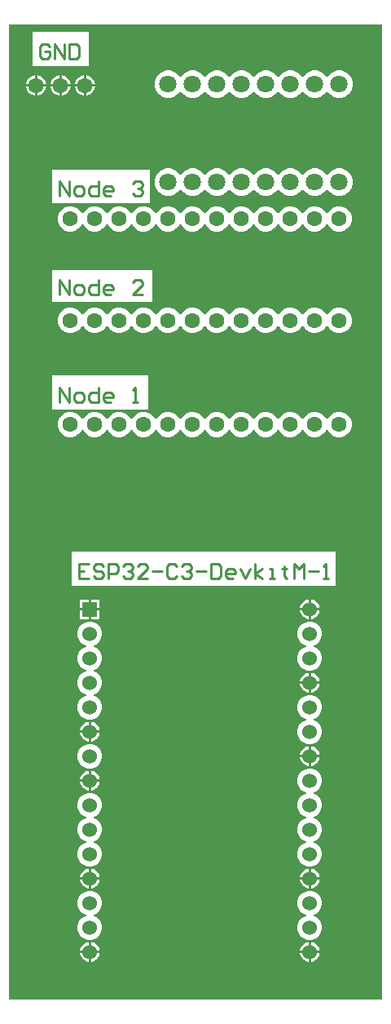
<source format=gbr>
%TF.GenerationSoftware,Altium Limited,Altium Designer,23.10.1 (27)*%
G04 Layer_Physical_Order=1*
G04 Layer_Color=255*
%FSLAX45Y45*%
%MOMM*%
%TF.SameCoordinates,40B06F7F-77FB-44A8-8835-1C76E92FD704*%
%TF.FilePolarity,Positive*%
%TF.FileFunction,Copper,L1,Top,Signal*%
%TF.Part,Single*%
G01*
G75*
%TA.AperFunction,NonConductor*%
%ADD10C,0.25400*%
%TA.AperFunction,ComponentPad*%
%ADD11C,1.80000*%
%ADD12R,1.53000X1.53000*%
%ADD13C,1.53000*%
%ADD14C,1.60000*%
G36*
X6426200Y2590800D02*
X6427167Y2589833D01*
X6422306Y2578100D01*
X2552700D01*
Y12700000D01*
X6426200D01*
Y2590800D01*
D02*
G37*
%LPC*%
G36*
X3378200Y12623734D02*
X2794000D01*
Y12268200D01*
X3378200D01*
Y12623734D01*
D02*
G37*
G36*
X6000237Y12218500D02*
X5963163D01*
X5927353Y12208904D01*
X5895247Y12190368D01*
X5869032Y12164153D01*
X5861050Y12150327D01*
X5848350D01*
X5840368Y12164153D01*
X5814153Y12190368D01*
X5782047Y12208904D01*
X5746237Y12218500D01*
X5709163D01*
X5673353Y12208904D01*
X5641247Y12190368D01*
X5615032Y12164153D01*
X5607050Y12150327D01*
X5594350D01*
X5586368Y12164153D01*
X5560153Y12190368D01*
X5528047Y12208904D01*
X5492237Y12218500D01*
X5455163D01*
X5419353Y12208904D01*
X5387247Y12190368D01*
X5361032Y12164153D01*
X5353050Y12150327D01*
X5340350D01*
X5332368Y12164153D01*
X5306153Y12190368D01*
X5274047Y12208904D01*
X5238237Y12218500D01*
X5201163D01*
X5165353Y12208904D01*
X5133247Y12190368D01*
X5107032Y12164153D01*
X5099050Y12150327D01*
X5086350D01*
X5078368Y12164153D01*
X5052153Y12190368D01*
X5020047Y12208904D01*
X4984237Y12218500D01*
X4947163D01*
X4911353Y12208904D01*
X4879247Y12190368D01*
X4853032Y12164153D01*
X4845050Y12150327D01*
X4832350D01*
X4824368Y12164153D01*
X4798153Y12190368D01*
X4766047Y12208904D01*
X4730237Y12218500D01*
X4693163D01*
X4657353Y12208904D01*
X4625247Y12190368D01*
X4599032Y12164153D01*
X4591050Y12150327D01*
X4578350D01*
X4570368Y12164153D01*
X4544153Y12190368D01*
X4512047Y12208904D01*
X4476237Y12218500D01*
X4439163D01*
X4403353Y12208904D01*
X4371247Y12190368D01*
X4345032Y12164153D01*
X4337050Y12150327D01*
X4324350D01*
X4316368Y12164153D01*
X4290153Y12190368D01*
X4258047Y12208904D01*
X4222237Y12218500D01*
X4185163D01*
X4149353Y12208904D01*
X4117247Y12190368D01*
X4091032Y12164153D01*
X4072496Y12132047D01*
X4062900Y12096237D01*
Y12059163D01*
X4072496Y12023353D01*
X4091032Y11991247D01*
X4117247Y11965032D01*
X4149353Y11946496D01*
X4185163Y11936900D01*
X4222237D01*
X4258047Y11946496D01*
X4290153Y11965032D01*
X4316368Y11991247D01*
X4324350Y12005073D01*
X4337050D01*
X4345032Y11991247D01*
X4371247Y11965032D01*
X4403353Y11946496D01*
X4439163Y11936900D01*
X4476237D01*
X4512047Y11946496D01*
X4544153Y11965032D01*
X4570368Y11991247D01*
X4578350Y12005073D01*
X4591050D01*
X4599032Y11991247D01*
X4625247Y11965032D01*
X4657353Y11946496D01*
X4693163Y11936900D01*
X4730237D01*
X4766047Y11946496D01*
X4798153Y11965032D01*
X4824368Y11991247D01*
X4832350Y12005073D01*
X4845050D01*
X4853032Y11991247D01*
X4879247Y11965032D01*
X4911353Y11946496D01*
X4947163Y11936900D01*
X4984237D01*
X5020047Y11946496D01*
X5052153Y11965032D01*
X5078368Y11991247D01*
X5086350Y12005073D01*
X5099050D01*
X5107032Y11991247D01*
X5133247Y11965032D01*
X5165353Y11946496D01*
X5201163Y11936900D01*
X5238237D01*
X5274047Y11946496D01*
X5306153Y11965032D01*
X5332368Y11991247D01*
X5340350Y12005073D01*
X5353050D01*
X5361032Y11991247D01*
X5387247Y11965032D01*
X5419353Y11946496D01*
X5455163Y11936900D01*
X5492237D01*
X5528047Y11946496D01*
X5560153Y11965032D01*
X5586368Y11991247D01*
X5594350Y12005073D01*
X5607050D01*
X5615032Y11991247D01*
X5641247Y11965032D01*
X5673353Y11946496D01*
X5709163Y11936900D01*
X5746237D01*
X5782047Y11946496D01*
X5814153Y11965032D01*
X5840368Y11991247D01*
X5848350Y12005073D01*
X5861050D01*
X5869032Y11991247D01*
X5895247Y11965032D01*
X5927353Y11946496D01*
X5963163Y11936900D01*
X6000237D01*
X6036047Y11946496D01*
X6068153Y11965032D01*
X6094368Y11991247D01*
X6112904Y12023353D01*
X6122500Y12059163D01*
Y12096237D01*
X6112904Y12132047D01*
X6094368Y12164153D01*
X6068153Y12190368D01*
X6036047Y12208904D01*
X6000237Y12218500D01*
D02*
G37*
G36*
X3099976Y12170400D02*
X3098800D01*
Y12077700D01*
X3191500D01*
Y12078876D01*
X3184317Y12105683D01*
X3170441Y12129717D01*
X3150817Y12149341D01*
X3126783Y12163217D01*
X3099976Y12170400D01*
D02*
G37*
G36*
X2845976D02*
X2844800D01*
Y12077700D01*
X2937500D01*
Y12078876D01*
X2930317Y12105683D01*
X2916441Y12129717D01*
X2896817Y12149341D01*
X2872783Y12163217D01*
X2845976Y12170400D01*
D02*
G37*
G36*
X3353976D02*
X3352800D01*
Y12077700D01*
X3445500D01*
Y12078876D01*
X3438317Y12105683D01*
X3424441Y12129717D01*
X3404817Y12149341D01*
X3380783Y12163217D01*
X3353976Y12170400D01*
D02*
G37*
G36*
X2819400D02*
X2818224D01*
X2791417Y12163217D01*
X2767383Y12149341D01*
X2747759Y12129717D01*
X2733883Y12105683D01*
X2726700Y12078876D01*
Y12077700D01*
X2819400D01*
Y12170400D01*
D02*
G37*
G36*
X3073400D02*
X3072224D01*
X3045417Y12163217D01*
X3021383Y12149341D01*
X3001759Y12129717D01*
X2987883Y12105683D01*
X2980700Y12078876D01*
Y12077700D01*
X3073400D01*
Y12170400D01*
D02*
G37*
G36*
X3327400D02*
X3326224D01*
X3299417Y12163217D01*
X3275383Y12149341D01*
X3255759Y12129717D01*
X3241883Y12105683D01*
X3234700Y12078876D01*
Y12077700D01*
X3327400D01*
Y12170400D01*
D02*
G37*
G36*
X3445500Y12052300D02*
X3352800D01*
Y11959600D01*
X3353976D01*
X3380783Y11966783D01*
X3404817Y11980659D01*
X3424441Y12000283D01*
X3438317Y12024317D01*
X3445500Y12051124D01*
Y12052300D01*
D02*
G37*
G36*
X3327400D02*
X3234700D01*
Y12051124D01*
X3241883Y12024317D01*
X3255759Y12000283D01*
X3275383Y11980659D01*
X3299417Y11966783D01*
X3326224Y11959600D01*
X3327400D01*
Y12052300D01*
D02*
G37*
G36*
X3191500D02*
X3098800D01*
Y11959600D01*
X3099976D01*
X3126783Y11966783D01*
X3150817Y11980659D01*
X3170441Y12000283D01*
X3184317Y12024317D01*
X3191500Y12051124D01*
Y12052300D01*
D02*
G37*
G36*
X3073400D02*
X2980700D01*
Y12051124D01*
X2987883Y12024317D01*
X3001759Y12000283D01*
X3021383Y11980659D01*
X3045417Y11966783D01*
X3072224Y11959600D01*
X3073400D01*
Y12052300D01*
D02*
G37*
G36*
X2937500D02*
X2844800D01*
Y11959600D01*
X2845976D01*
X2872783Y11966783D01*
X2896817Y11980659D01*
X2916441Y12000283D01*
X2930317Y12024317D01*
X2937500Y12051124D01*
Y12052300D01*
D02*
G37*
G36*
X2819400D02*
X2726700D01*
Y12051124D01*
X2733883Y12024317D01*
X2747759Y12000283D01*
X2767383Y11980659D01*
X2791417Y11966783D01*
X2818224Y11959600D01*
X2819400D01*
Y12052300D01*
D02*
G37*
G36*
X6000237Y11202500D02*
X5963163D01*
X5927353Y11192904D01*
X5895247Y11174368D01*
X5869032Y11148153D01*
X5861050Y11134327D01*
X5848350D01*
X5840368Y11148153D01*
X5814153Y11174368D01*
X5782047Y11192904D01*
X5746237Y11202500D01*
X5709163D01*
X5673353Y11192904D01*
X5641247Y11174368D01*
X5615032Y11148153D01*
X5607050Y11134327D01*
X5594350D01*
X5586368Y11148153D01*
X5560153Y11174368D01*
X5528047Y11192904D01*
X5492237Y11202500D01*
X5455163D01*
X5419353Y11192904D01*
X5387247Y11174368D01*
X5361032Y11148153D01*
X5353050Y11134327D01*
X5340350D01*
X5332368Y11148153D01*
X5306153Y11174368D01*
X5274047Y11192904D01*
X5238237Y11202500D01*
X5201163D01*
X5165353Y11192904D01*
X5133247Y11174368D01*
X5107032Y11148153D01*
X5099050Y11134327D01*
X5086350D01*
X5078368Y11148153D01*
X5052153Y11174368D01*
X5020047Y11192904D01*
X4984237Y11202500D01*
X4947163D01*
X4911353Y11192904D01*
X4879247Y11174368D01*
X4853032Y11148153D01*
X4845050Y11134327D01*
X4832350D01*
X4824368Y11148153D01*
X4798153Y11174368D01*
X4766047Y11192904D01*
X4730237Y11202500D01*
X4693163D01*
X4657353Y11192904D01*
X4625247Y11174368D01*
X4599032Y11148153D01*
X4591050Y11134327D01*
X4578350D01*
X4570368Y11148153D01*
X4544153Y11174368D01*
X4512047Y11192904D01*
X4476237Y11202500D01*
X4439163D01*
X4403353Y11192904D01*
X4371247Y11174368D01*
X4345032Y11148153D01*
X4337050Y11134327D01*
X4324350D01*
X4316368Y11148153D01*
X4290153Y11174368D01*
X4258047Y11192904D01*
X4222237Y11202500D01*
X4185163D01*
X4149353Y11192904D01*
X4117247Y11174368D01*
X4091032Y11148153D01*
X4072496Y11116047D01*
X4062900Y11080237D01*
Y11043163D01*
X4072496Y11007353D01*
X4091032Y10975247D01*
X4117247Y10949032D01*
X4149353Y10930496D01*
X4185163Y10920900D01*
X4222237D01*
X4258047Y10930496D01*
X4290153Y10949032D01*
X4316368Y10975247D01*
X4324350Y10989073D01*
X4337050D01*
X4345032Y10975247D01*
X4371247Y10949032D01*
X4403353Y10930496D01*
X4439163Y10920900D01*
X4476237D01*
X4512047Y10930496D01*
X4544153Y10949032D01*
X4570368Y10975247D01*
X4578350Y10989073D01*
X4591050D01*
X4599032Y10975247D01*
X4625247Y10949032D01*
X4657353Y10930496D01*
X4693163Y10920900D01*
X4730237D01*
X4766047Y10930496D01*
X4798153Y10949032D01*
X4824368Y10975247D01*
X4832350Y10989073D01*
X4845050D01*
X4853032Y10975247D01*
X4879247Y10949032D01*
X4911353Y10930496D01*
X4947163Y10920900D01*
X4984237D01*
X5020047Y10930496D01*
X5052153Y10949032D01*
X5078368Y10975247D01*
X5086350Y10989073D01*
X5099050D01*
X5107032Y10975247D01*
X5133247Y10949032D01*
X5165353Y10930496D01*
X5201163Y10920900D01*
X5238237D01*
X5274047Y10930496D01*
X5306153Y10949032D01*
X5332368Y10975247D01*
X5340350Y10989073D01*
X5353050D01*
X5361032Y10975247D01*
X5387247Y10949032D01*
X5419353Y10930496D01*
X5455163Y10920900D01*
X5492237D01*
X5528047Y10930496D01*
X5560153Y10949032D01*
X5586368Y10975247D01*
X5594350Y10989073D01*
X5607050D01*
X5615032Y10975247D01*
X5641247Y10949032D01*
X5673353Y10930496D01*
X5709163Y10920900D01*
X5746237D01*
X5782047Y10930496D01*
X5814153Y10949032D01*
X5840368Y10975247D01*
X5848350Y10989073D01*
X5861050D01*
X5869032Y10975247D01*
X5895247Y10949032D01*
X5927353Y10930496D01*
X5963163Y10920900D01*
X6000237D01*
X6036047Y10930496D01*
X6068153Y10949032D01*
X6094368Y10975247D01*
X6112904Y11007353D01*
X6122500Y11043163D01*
Y11080237D01*
X6112904Y11116047D01*
X6094368Y11148153D01*
X6068153Y11174368D01*
X6036047Y11192904D01*
X6000237Y11202500D01*
D02*
G37*
G36*
X4013200Y11188700D02*
X2997200D01*
Y10845800D01*
X4013200D01*
Y11188700D01*
D02*
G37*
G36*
X5998920Y10811500D02*
X5964480D01*
X5931213Y10802586D01*
X5901387Y10785366D01*
X5877034Y10761013D01*
X5861773Y10734579D01*
X5857728Y10733454D01*
X5851672D01*
X5847627Y10734579D01*
X5832366Y10761013D01*
X5808013Y10785366D01*
X5778187Y10802586D01*
X5744920Y10811500D01*
X5710480D01*
X5677213Y10802586D01*
X5647387Y10785366D01*
X5623034Y10761013D01*
X5607773Y10734579D01*
X5603728Y10733454D01*
X5597672D01*
X5593627Y10734579D01*
X5578366Y10761013D01*
X5554013Y10785366D01*
X5524187Y10802586D01*
X5490920Y10811500D01*
X5456480D01*
X5423213Y10802586D01*
X5393387Y10785366D01*
X5369034Y10761013D01*
X5353773Y10734579D01*
X5349728Y10733454D01*
X5343672D01*
X5339627Y10734579D01*
X5324366Y10761013D01*
X5300013Y10785366D01*
X5270187Y10802586D01*
X5236920Y10811500D01*
X5202480D01*
X5169213Y10802586D01*
X5139387Y10785366D01*
X5115034Y10761013D01*
X5099773Y10734579D01*
X5095728Y10733454D01*
X5089672D01*
X5085627Y10734579D01*
X5070366Y10761013D01*
X5046013Y10785366D01*
X5016187Y10802586D01*
X4982920Y10811500D01*
X4948480D01*
X4915213Y10802586D01*
X4885387Y10785366D01*
X4861034Y10761013D01*
X4845773Y10734579D01*
X4841728Y10733454D01*
X4835672D01*
X4831627Y10734579D01*
X4816366Y10761013D01*
X4792013Y10785366D01*
X4762187Y10802586D01*
X4728920Y10811500D01*
X4694480D01*
X4661213Y10802586D01*
X4631387Y10785366D01*
X4607034Y10761013D01*
X4591773Y10734579D01*
X4587728Y10733454D01*
X4581672D01*
X4577627Y10734579D01*
X4562366Y10761013D01*
X4538013Y10785366D01*
X4508187Y10802586D01*
X4474920Y10811500D01*
X4440480D01*
X4407213Y10802586D01*
X4377387Y10785366D01*
X4353034Y10761013D01*
X4337773Y10734579D01*
X4333728Y10733454D01*
X4327672D01*
X4323627Y10734579D01*
X4308366Y10761013D01*
X4284013Y10785366D01*
X4254187Y10802586D01*
X4220920Y10811500D01*
X4186480D01*
X4153213Y10802586D01*
X4123387Y10785366D01*
X4099034Y10761013D01*
X4083773Y10734579D01*
X4079728Y10733454D01*
X4073672D01*
X4069627Y10734579D01*
X4054366Y10761013D01*
X4030013Y10785366D01*
X4000187Y10802586D01*
X3966920Y10811500D01*
X3932480D01*
X3899213Y10802586D01*
X3869387Y10785366D01*
X3845034Y10761013D01*
X3829773Y10734579D01*
X3825728Y10733454D01*
X3819672D01*
X3815627Y10734579D01*
X3800366Y10761013D01*
X3776013Y10785366D01*
X3746187Y10802586D01*
X3712920Y10811500D01*
X3678480D01*
X3645213Y10802586D01*
X3615387Y10785366D01*
X3591034Y10761013D01*
X3575773Y10734579D01*
X3571728Y10733454D01*
X3565672D01*
X3561627Y10734579D01*
X3546366Y10761013D01*
X3522013Y10785366D01*
X3492187Y10802586D01*
X3458920Y10811500D01*
X3424480D01*
X3391213Y10802586D01*
X3361387Y10785366D01*
X3337034Y10761013D01*
X3321773Y10734579D01*
X3317728Y10733454D01*
X3311672D01*
X3307627Y10734579D01*
X3292366Y10761013D01*
X3268013Y10785366D01*
X3238187Y10802586D01*
X3204920Y10811500D01*
X3170480D01*
X3137213Y10802586D01*
X3107387Y10785366D01*
X3083034Y10761013D01*
X3065814Y10731187D01*
X3056900Y10697920D01*
Y10663480D01*
X3065814Y10630213D01*
X3083034Y10600387D01*
X3107387Y10576034D01*
X3137213Y10558814D01*
X3170480Y10549900D01*
X3204920D01*
X3238187Y10558814D01*
X3268013Y10576034D01*
X3292366Y10600387D01*
X3307627Y10626821D01*
X3311672Y10627946D01*
X3317728D01*
X3321773Y10626821D01*
X3337034Y10600387D01*
X3361387Y10576034D01*
X3391213Y10558814D01*
X3424480Y10549900D01*
X3458920D01*
X3492187Y10558814D01*
X3522013Y10576034D01*
X3546366Y10600387D01*
X3561627Y10626821D01*
X3565672Y10627946D01*
X3571728D01*
X3575773Y10626821D01*
X3591034Y10600387D01*
X3615387Y10576034D01*
X3645213Y10558814D01*
X3678480Y10549900D01*
X3712920D01*
X3746187Y10558814D01*
X3776013Y10576034D01*
X3800366Y10600387D01*
X3815627Y10626821D01*
X3819672Y10627946D01*
X3825728D01*
X3829773Y10626821D01*
X3845034Y10600387D01*
X3869387Y10576034D01*
X3899213Y10558814D01*
X3932480Y10549900D01*
X3966920D01*
X4000187Y10558814D01*
X4030013Y10576034D01*
X4054366Y10600387D01*
X4069627Y10626821D01*
X4073672Y10627946D01*
X4079728D01*
X4083773Y10626821D01*
X4099034Y10600387D01*
X4123387Y10576034D01*
X4153213Y10558814D01*
X4186480Y10549900D01*
X4220920D01*
X4254187Y10558814D01*
X4284013Y10576034D01*
X4308366Y10600387D01*
X4323627Y10626821D01*
X4327672Y10627946D01*
X4333728D01*
X4337773Y10626821D01*
X4353034Y10600387D01*
X4377387Y10576034D01*
X4407213Y10558814D01*
X4440480Y10549900D01*
X4474920D01*
X4508187Y10558814D01*
X4538013Y10576034D01*
X4562366Y10600387D01*
X4577627Y10626821D01*
X4581672Y10627946D01*
X4587728D01*
X4591773Y10626821D01*
X4607034Y10600387D01*
X4631387Y10576034D01*
X4661213Y10558814D01*
X4694480Y10549900D01*
X4728920D01*
X4762187Y10558814D01*
X4792013Y10576034D01*
X4816366Y10600387D01*
X4831627Y10626821D01*
X4835672Y10627946D01*
X4841728D01*
X4845773Y10626821D01*
X4861034Y10600387D01*
X4885387Y10576034D01*
X4915213Y10558814D01*
X4948480Y10549900D01*
X4982920D01*
X5016187Y10558814D01*
X5046013Y10576034D01*
X5070366Y10600387D01*
X5085627Y10626821D01*
X5089672Y10627946D01*
X5095728D01*
X5099773Y10626821D01*
X5115034Y10600387D01*
X5139387Y10576034D01*
X5169213Y10558814D01*
X5202480Y10549900D01*
X5236920D01*
X5270187Y10558814D01*
X5300013Y10576034D01*
X5324366Y10600387D01*
X5339627Y10626821D01*
X5343672Y10627946D01*
X5349728D01*
X5353773Y10626821D01*
X5369034Y10600387D01*
X5393387Y10576034D01*
X5423213Y10558814D01*
X5456480Y10549900D01*
X5490920D01*
X5524187Y10558814D01*
X5554013Y10576034D01*
X5578366Y10600387D01*
X5593627Y10626821D01*
X5597672Y10627946D01*
X5603728D01*
X5607773Y10626821D01*
X5623034Y10600387D01*
X5647387Y10576034D01*
X5677213Y10558814D01*
X5710480Y10549900D01*
X5744920D01*
X5778187Y10558814D01*
X5808013Y10576034D01*
X5832366Y10600387D01*
X5847627Y10626821D01*
X5851672Y10627946D01*
X5857728D01*
X5861773Y10626821D01*
X5877034Y10600387D01*
X5901387Y10576034D01*
X5931213Y10558814D01*
X5964480Y10549900D01*
X5998920D01*
X6032187Y10558814D01*
X6062013Y10576034D01*
X6086366Y10600387D01*
X6103586Y10630213D01*
X6112500Y10663480D01*
Y10697920D01*
X6103586Y10731187D01*
X6086366Y10761013D01*
X6062013Y10785366D01*
X6032187Y10802586D01*
X5998920Y10811500D01*
D02*
G37*
G36*
X4038600Y10147300D02*
X2997200D01*
Y9817100D01*
X4038600D01*
Y10147300D01*
D02*
G37*
G36*
X5998920Y9757400D02*
X5964480D01*
X5931213Y9748486D01*
X5901387Y9731266D01*
X5877034Y9706913D01*
X5861773Y9680479D01*
X5857728Y9679354D01*
X5851672D01*
X5847627Y9680479D01*
X5832366Y9706913D01*
X5808013Y9731266D01*
X5778187Y9748486D01*
X5744920Y9757400D01*
X5710480D01*
X5677213Y9748486D01*
X5647387Y9731266D01*
X5623034Y9706913D01*
X5607773Y9680479D01*
X5603728Y9679354D01*
X5597672D01*
X5593627Y9680479D01*
X5578366Y9706913D01*
X5554013Y9731266D01*
X5524187Y9748486D01*
X5490920Y9757400D01*
X5456480D01*
X5423213Y9748486D01*
X5393387Y9731266D01*
X5369034Y9706913D01*
X5353773Y9680479D01*
X5349728Y9679354D01*
X5343672D01*
X5339627Y9680479D01*
X5324366Y9706913D01*
X5300013Y9731266D01*
X5270187Y9748486D01*
X5236920Y9757400D01*
X5202480D01*
X5169213Y9748486D01*
X5139387Y9731266D01*
X5115034Y9706913D01*
X5099773Y9680479D01*
X5095728Y9679354D01*
X5089672D01*
X5085627Y9680479D01*
X5070366Y9706913D01*
X5046013Y9731266D01*
X5016187Y9748486D01*
X4982920Y9757400D01*
X4948480D01*
X4915213Y9748486D01*
X4885387Y9731266D01*
X4861034Y9706913D01*
X4845773Y9680479D01*
X4841728Y9679354D01*
X4835672D01*
X4831627Y9680479D01*
X4816366Y9706913D01*
X4792013Y9731266D01*
X4762187Y9748486D01*
X4728920Y9757400D01*
X4694480D01*
X4661213Y9748486D01*
X4631387Y9731266D01*
X4607034Y9706913D01*
X4591773Y9680479D01*
X4587728Y9679354D01*
X4581672D01*
X4577627Y9680479D01*
X4562366Y9706913D01*
X4538013Y9731266D01*
X4508187Y9748486D01*
X4474920Y9757400D01*
X4440480D01*
X4407213Y9748486D01*
X4377387Y9731266D01*
X4353034Y9706913D01*
X4337773Y9680479D01*
X4333728Y9679354D01*
X4327672D01*
X4323627Y9680479D01*
X4308366Y9706913D01*
X4284013Y9731266D01*
X4254187Y9748486D01*
X4220920Y9757400D01*
X4186480D01*
X4153213Y9748486D01*
X4123387Y9731266D01*
X4099034Y9706913D01*
X4083773Y9680479D01*
X4079728Y9679354D01*
X4073672D01*
X4069627Y9680479D01*
X4054366Y9706913D01*
X4030013Y9731266D01*
X4000187Y9748486D01*
X3966920Y9757400D01*
X3932480D01*
X3899213Y9748486D01*
X3869387Y9731266D01*
X3845034Y9706913D01*
X3829773Y9680479D01*
X3825728Y9679354D01*
X3819672D01*
X3815627Y9680479D01*
X3800366Y9706913D01*
X3776013Y9731266D01*
X3746187Y9748486D01*
X3712920Y9757400D01*
X3678480D01*
X3645213Y9748486D01*
X3615387Y9731266D01*
X3591034Y9706913D01*
X3575773Y9680479D01*
X3571728Y9679354D01*
X3565672D01*
X3561627Y9680479D01*
X3546366Y9706913D01*
X3522013Y9731266D01*
X3492187Y9748486D01*
X3458920Y9757400D01*
X3424480D01*
X3391213Y9748486D01*
X3361387Y9731266D01*
X3337034Y9706913D01*
X3321773Y9680479D01*
X3317728Y9679354D01*
X3311672D01*
X3307627Y9680479D01*
X3292366Y9706913D01*
X3268013Y9731266D01*
X3238187Y9748486D01*
X3204920Y9757400D01*
X3170480D01*
X3137213Y9748486D01*
X3107387Y9731266D01*
X3083034Y9706913D01*
X3065814Y9677087D01*
X3056900Y9643820D01*
Y9609380D01*
X3065814Y9576113D01*
X3083034Y9546287D01*
X3107387Y9521934D01*
X3137213Y9504714D01*
X3170480Y9495800D01*
X3204920D01*
X3238187Y9504714D01*
X3268013Y9521934D01*
X3292366Y9546287D01*
X3307627Y9572721D01*
X3311672Y9573846D01*
X3317728D01*
X3321773Y9572721D01*
X3337034Y9546287D01*
X3361387Y9521934D01*
X3391213Y9504714D01*
X3424480Y9495800D01*
X3458920D01*
X3492187Y9504714D01*
X3522013Y9521934D01*
X3546366Y9546287D01*
X3561627Y9572721D01*
X3565672Y9573846D01*
X3571728D01*
X3575773Y9572721D01*
X3591034Y9546287D01*
X3615387Y9521934D01*
X3645213Y9504714D01*
X3678480Y9495800D01*
X3712920D01*
X3746187Y9504714D01*
X3776013Y9521934D01*
X3800366Y9546287D01*
X3815627Y9572721D01*
X3819672Y9573846D01*
X3825728D01*
X3829773Y9572721D01*
X3845034Y9546287D01*
X3869387Y9521934D01*
X3899213Y9504714D01*
X3932480Y9495800D01*
X3966920D01*
X4000187Y9504714D01*
X4030013Y9521934D01*
X4054366Y9546287D01*
X4069627Y9572721D01*
X4073672Y9573846D01*
X4079728D01*
X4083773Y9572721D01*
X4099034Y9546287D01*
X4123387Y9521934D01*
X4153213Y9504714D01*
X4186480Y9495800D01*
X4220920D01*
X4254187Y9504714D01*
X4284013Y9521934D01*
X4308366Y9546287D01*
X4323627Y9572721D01*
X4327672Y9573846D01*
X4333728D01*
X4337773Y9572721D01*
X4353034Y9546287D01*
X4377387Y9521934D01*
X4407213Y9504714D01*
X4440480Y9495800D01*
X4474920D01*
X4508187Y9504714D01*
X4538013Y9521934D01*
X4562366Y9546287D01*
X4577627Y9572721D01*
X4581672Y9573846D01*
X4587728D01*
X4591773Y9572721D01*
X4607034Y9546287D01*
X4631387Y9521934D01*
X4661213Y9504714D01*
X4694480Y9495800D01*
X4728920D01*
X4762187Y9504714D01*
X4792013Y9521934D01*
X4816366Y9546287D01*
X4831627Y9572721D01*
X4835672Y9573846D01*
X4841728D01*
X4845773Y9572721D01*
X4861034Y9546287D01*
X4885387Y9521934D01*
X4915213Y9504714D01*
X4948480Y9495800D01*
X4982920D01*
X5016187Y9504714D01*
X5046013Y9521934D01*
X5070366Y9546287D01*
X5085627Y9572721D01*
X5089672Y9573846D01*
X5095728D01*
X5099773Y9572721D01*
X5115034Y9546287D01*
X5139387Y9521934D01*
X5169213Y9504714D01*
X5202480Y9495800D01*
X5236920D01*
X5270187Y9504714D01*
X5300013Y9521934D01*
X5324366Y9546287D01*
X5339627Y9572721D01*
X5343672Y9573846D01*
X5349728D01*
X5353773Y9572721D01*
X5369034Y9546287D01*
X5393387Y9521934D01*
X5423213Y9504714D01*
X5456480Y9495800D01*
X5490920D01*
X5524187Y9504714D01*
X5554013Y9521934D01*
X5578366Y9546287D01*
X5593627Y9572721D01*
X5597672Y9573846D01*
X5603728D01*
X5607773Y9572721D01*
X5623034Y9546287D01*
X5647387Y9521934D01*
X5677213Y9504714D01*
X5710480Y9495800D01*
X5744920D01*
X5778187Y9504714D01*
X5808013Y9521934D01*
X5832366Y9546287D01*
X5847627Y9572721D01*
X5851672Y9573846D01*
X5857728D01*
X5861773Y9572721D01*
X5877034Y9546287D01*
X5901387Y9521934D01*
X5931213Y9504714D01*
X5964480Y9495800D01*
X5998920D01*
X6032187Y9504714D01*
X6062013Y9521934D01*
X6086366Y9546287D01*
X6103586Y9576113D01*
X6112500Y9609380D01*
Y9643820D01*
X6103586Y9677087D01*
X6086366Y9706913D01*
X6062013Y9731266D01*
X6032187Y9748486D01*
X5998920Y9757400D01*
D02*
G37*
G36*
X4000500Y9055034D02*
X2997200D01*
Y8699500D01*
X4000500D01*
Y9055034D01*
D02*
G37*
G36*
X5998920Y8677900D02*
X5964480D01*
X5931213Y8668986D01*
X5901387Y8651766D01*
X5877034Y8627413D01*
X5861773Y8600979D01*
X5857728Y8599854D01*
X5851672D01*
X5847627Y8600979D01*
X5832366Y8627413D01*
X5808013Y8651766D01*
X5778187Y8668986D01*
X5744920Y8677900D01*
X5710480D01*
X5677213Y8668986D01*
X5647387Y8651766D01*
X5623034Y8627413D01*
X5607773Y8600979D01*
X5603728Y8599854D01*
X5597672D01*
X5593627Y8600979D01*
X5578366Y8627413D01*
X5554013Y8651766D01*
X5524187Y8668986D01*
X5490920Y8677900D01*
X5456480D01*
X5423213Y8668986D01*
X5393387Y8651766D01*
X5369034Y8627413D01*
X5353773Y8600979D01*
X5349728Y8599854D01*
X5343672D01*
X5339627Y8600979D01*
X5324366Y8627413D01*
X5300013Y8651766D01*
X5270187Y8668986D01*
X5236920Y8677900D01*
X5202480D01*
X5169213Y8668986D01*
X5139387Y8651766D01*
X5115034Y8627413D01*
X5099773Y8600979D01*
X5095728Y8599854D01*
X5089672D01*
X5085627Y8600979D01*
X5070366Y8627413D01*
X5046013Y8651766D01*
X5016187Y8668986D01*
X4982920Y8677900D01*
X4948480D01*
X4915213Y8668986D01*
X4885387Y8651766D01*
X4861034Y8627413D01*
X4845773Y8600979D01*
X4841728Y8599854D01*
X4835672D01*
X4831627Y8600979D01*
X4816366Y8627413D01*
X4792013Y8651766D01*
X4762187Y8668986D01*
X4728920Y8677900D01*
X4694480D01*
X4661213Y8668986D01*
X4631387Y8651766D01*
X4607034Y8627413D01*
X4591773Y8600979D01*
X4587728Y8599854D01*
X4581672D01*
X4577627Y8600979D01*
X4562366Y8627413D01*
X4538013Y8651766D01*
X4508187Y8668986D01*
X4474920Y8677900D01*
X4440480D01*
X4407213Y8668986D01*
X4377387Y8651766D01*
X4353034Y8627413D01*
X4337773Y8600979D01*
X4333728Y8599854D01*
X4327672D01*
X4323627Y8600979D01*
X4308366Y8627413D01*
X4284013Y8651766D01*
X4254187Y8668986D01*
X4220920Y8677900D01*
X4186480D01*
X4153213Y8668986D01*
X4123387Y8651766D01*
X4099034Y8627413D01*
X4083773Y8600979D01*
X4079728Y8599854D01*
X4073672D01*
X4069627Y8600979D01*
X4054366Y8627413D01*
X4030013Y8651766D01*
X4000187Y8668986D01*
X3966920Y8677900D01*
X3932480D01*
X3899213Y8668986D01*
X3869387Y8651766D01*
X3845034Y8627413D01*
X3829773Y8600979D01*
X3825728Y8599854D01*
X3819672D01*
X3815627Y8600979D01*
X3800366Y8627413D01*
X3776013Y8651766D01*
X3746187Y8668986D01*
X3712920Y8677900D01*
X3678480D01*
X3645213Y8668986D01*
X3615387Y8651766D01*
X3591034Y8627413D01*
X3575773Y8600979D01*
X3571728Y8599854D01*
X3565672D01*
X3561627Y8600979D01*
X3546366Y8627413D01*
X3522013Y8651766D01*
X3492187Y8668986D01*
X3458920Y8677900D01*
X3424480D01*
X3391213Y8668986D01*
X3361387Y8651766D01*
X3337034Y8627413D01*
X3321773Y8600979D01*
X3317728Y8599854D01*
X3311672D01*
X3307627Y8600979D01*
X3292366Y8627413D01*
X3268013Y8651766D01*
X3238187Y8668986D01*
X3204920Y8677900D01*
X3170480D01*
X3137213Y8668986D01*
X3107387Y8651766D01*
X3083034Y8627413D01*
X3065814Y8597587D01*
X3056900Y8564320D01*
Y8529880D01*
X3065814Y8496613D01*
X3083034Y8466787D01*
X3107387Y8442434D01*
X3137213Y8425214D01*
X3170480Y8416300D01*
X3204920D01*
X3238187Y8425214D01*
X3268013Y8442434D01*
X3292366Y8466787D01*
X3307627Y8493221D01*
X3311672Y8494346D01*
X3317728D01*
X3321773Y8493221D01*
X3337034Y8466787D01*
X3361387Y8442434D01*
X3391213Y8425214D01*
X3424480Y8416300D01*
X3458920D01*
X3492187Y8425214D01*
X3522013Y8442434D01*
X3546366Y8466787D01*
X3561627Y8493221D01*
X3565672Y8494346D01*
X3571728D01*
X3575773Y8493221D01*
X3591034Y8466787D01*
X3615387Y8442434D01*
X3645213Y8425214D01*
X3678480Y8416300D01*
X3712920D01*
X3746187Y8425214D01*
X3776013Y8442434D01*
X3800366Y8466787D01*
X3815627Y8493221D01*
X3819672Y8494346D01*
X3825728D01*
X3829773Y8493221D01*
X3845034Y8466787D01*
X3869387Y8442434D01*
X3899213Y8425214D01*
X3932480Y8416300D01*
X3966920D01*
X4000187Y8425214D01*
X4030013Y8442434D01*
X4054366Y8466787D01*
X4069627Y8493221D01*
X4073672Y8494346D01*
X4079728D01*
X4083773Y8493221D01*
X4099034Y8466787D01*
X4123387Y8442434D01*
X4153213Y8425214D01*
X4186480Y8416300D01*
X4220920D01*
X4254187Y8425214D01*
X4284013Y8442434D01*
X4308366Y8466787D01*
X4323627Y8493221D01*
X4327672Y8494346D01*
X4333728D01*
X4337773Y8493221D01*
X4353034Y8466787D01*
X4377387Y8442434D01*
X4407213Y8425214D01*
X4440480Y8416300D01*
X4474920D01*
X4508187Y8425214D01*
X4538013Y8442434D01*
X4562366Y8466787D01*
X4577627Y8493221D01*
X4581672Y8494346D01*
X4587728D01*
X4591773Y8493221D01*
X4607034Y8466787D01*
X4631387Y8442434D01*
X4661213Y8425214D01*
X4694480Y8416300D01*
X4728920D01*
X4762187Y8425214D01*
X4792013Y8442434D01*
X4816366Y8466787D01*
X4831627Y8493221D01*
X4835672Y8494346D01*
X4841728D01*
X4845773Y8493221D01*
X4861034Y8466787D01*
X4885387Y8442434D01*
X4915213Y8425214D01*
X4948480Y8416300D01*
X4982920D01*
X5016187Y8425214D01*
X5046013Y8442434D01*
X5070366Y8466787D01*
X5085627Y8493221D01*
X5089672Y8494346D01*
X5095728D01*
X5099773Y8493221D01*
X5115034Y8466787D01*
X5139387Y8442434D01*
X5169213Y8425214D01*
X5202480Y8416300D01*
X5236920D01*
X5270187Y8425214D01*
X5300013Y8442434D01*
X5324366Y8466787D01*
X5339627Y8493221D01*
X5343672Y8494346D01*
X5349728D01*
X5353773Y8493221D01*
X5369034Y8466787D01*
X5393387Y8442434D01*
X5423213Y8425214D01*
X5456480Y8416300D01*
X5490920D01*
X5524187Y8425214D01*
X5554013Y8442434D01*
X5578366Y8466787D01*
X5593627Y8493221D01*
X5597672Y8494346D01*
X5603728D01*
X5607773Y8493221D01*
X5623034Y8466787D01*
X5647387Y8442434D01*
X5677213Y8425214D01*
X5710480Y8416300D01*
X5744920D01*
X5778187Y8425214D01*
X5808013Y8442434D01*
X5832366Y8466787D01*
X5847627Y8493221D01*
X5851672Y8494346D01*
X5857728D01*
X5861773Y8493221D01*
X5877034Y8466787D01*
X5901387Y8442434D01*
X5931213Y8425214D01*
X5964480Y8416300D01*
X5998920D01*
X6032187Y8425214D01*
X6062013Y8442434D01*
X6086366Y8466787D01*
X6103586Y8496613D01*
X6112500Y8529880D01*
Y8564320D01*
X6103586Y8597587D01*
X6086366Y8627413D01*
X6062013Y8651766D01*
X6032187Y8668986D01*
X5998920Y8677900D01*
D02*
G37*
G36*
X5942762Y7226234D02*
X3200400D01*
Y6870700D01*
X5942762D01*
Y7226234D01*
D02*
G37*
G36*
X5690316Y6731300D02*
X5689600D01*
Y6642100D01*
X5778800D01*
Y6642816D01*
X5771856Y6668732D01*
X5758440Y6691968D01*
X5739468Y6710940D01*
X5716232Y6724356D01*
X5690316Y6731300D01*
D02*
G37*
G36*
X5664200D02*
X5663484D01*
X5637568Y6724356D01*
X5614332Y6710940D01*
X5595360Y6691968D01*
X5581944Y6668732D01*
X5575000Y6642816D01*
Y6642100D01*
X5664200D01*
Y6731300D01*
D02*
G37*
G36*
X3492800D02*
X3403600D01*
Y6642100D01*
X3492800D01*
Y6731300D01*
D02*
G37*
G36*
X3378200D02*
X3289000D01*
Y6642100D01*
X3378200D01*
Y6731300D01*
D02*
G37*
G36*
X5778800Y6616700D02*
X5689600D01*
Y6527500D01*
X5690316D01*
X5716232Y6534444D01*
X5739468Y6547860D01*
X5758440Y6566832D01*
X5771856Y6590068D01*
X5778800Y6615984D01*
Y6616700D01*
D02*
G37*
G36*
X5664200D02*
X5575000D01*
Y6615984D01*
X5581944Y6590068D01*
X5595360Y6566832D01*
X5614332Y6547860D01*
X5637568Y6534444D01*
X5663484Y6527500D01*
X5664200D01*
Y6616700D01*
D02*
G37*
G36*
X3492800D02*
X3403600D01*
Y6527500D01*
X3492800D01*
Y6616700D01*
D02*
G37*
G36*
X3378200D02*
X3289000D01*
Y6527500D01*
X3378200D01*
Y6616700D01*
D02*
G37*
G36*
X5693659Y6502700D02*
X5660141D01*
X5627764Y6494025D01*
X5598736Y6477265D01*
X5575035Y6453564D01*
X5558275Y6424536D01*
X5549600Y6392159D01*
Y6358641D01*
X5558275Y6326264D01*
X5575035Y6297236D01*
X5598736Y6273535D01*
X5627764Y6256775D01*
X5635322Y6254750D01*
Y6242050D01*
X5627764Y6240025D01*
X5598736Y6223265D01*
X5575035Y6199564D01*
X5558275Y6170536D01*
X5549600Y6138159D01*
Y6104641D01*
X5558275Y6072264D01*
X5575035Y6043236D01*
X5598736Y6019535D01*
X5627764Y6002775D01*
X5660141Y5994100D01*
X5693659D01*
X5726036Y6002775D01*
X5755064Y6019535D01*
X5778765Y6043236D01*
X5795525Y6072264D01*
X5804200Y6104641D01*
Y6138159D01*
X5795525Y6170536D01*
X5778765Y6199564D01*
X5755064Y6223265D01*
X5726036Y6240025D01*
X5718478Y6242050D01*
Y6254750D01*
X5726036Y6256775D01*
X5755064Y6273535D01*
X5778765Y6297236D01*
X5795525Y6326264D01*
X5804200Y6358641D01*
Y6392159D01*
X5795525Y6424536D01*
X5778765Y6453564D01*
X5755064Y6477265D01*
X5726036Y6494025D01*
X5693659Y6502700D01*
D02*
G37*
G36*
X5690316Y5969300D02*
X5689600D01*
Y5880100D01*
X5778800D01*
Y5880816D01*
X5771856Y5906732D01*
X5758440Y5929968D01*
X5739468Y5948940D01*
X5716232Y5962356D01*
X5690316Y5969300D01*
D02*
G37*
G36*
X5664200D02*
X5663484D01*
X5637568Y5962356D01*
X5614332Y5948940D01*
X5595360Y5929968D01*
X5581944Y5906732D01*
X5575000Y5880816D01*
Y5880100D01*
X5664200D01*
Y5969300D01*
D02*
G37*
G36*
X5778800Y5854700D02*
X5689600D01*
Y5765500D01*
X5690316D01*
X5716232Y5772444D01*
X5739468Y5785860D01*
X5758440Y5804832D01*
X5771856Y5828068D01*
X5778800Y5853984D01*
Y5854700D01*
D02*
G37*
G36*
X5664200D02*
X5575000D01*
Y5853984D01*
X5581944Y5828068D01*
X5595360Y5804832D01*
X5614332Y5785860D01*
X5637568Y5772444D01*
X5663484Y5765500D01*
X5664200D01*
Y5854700D01*
D02*
G37*
G36*
X3407659Y6502700D02*
X3374141D01*
X3341764Y6494025D01*
X3312736Y6477265D01*
X3289035Y6453564D01*
X3272275Y6424536D01*
X3263600Y6392159D01*
Y6358641D01*
X3272275Y6326264D01*
X3289035Y6297236D01*
X3312736Y6273535D01*
X3341764Y6256775D01*
X3349322Y6254750D01*
Y6242050D01*
X3341764Y6240025D01*
X3312736Y6223265D01*
X3289035Y6199564D01*
X3272275Y6170536D01*
X3263600Y6138159D01*
Y6104641D01*
X3272275Y6072264D01*
X3289035Y6043236D01*
X3312736Y6019535D01*
X3341764Y6002775D01*
X3349322Y6000750D01*
Y5988050D01*
X3341764Y5986025D01*
X3312736Y5969265D01*
X3289035Y5945564D01*
X3272275Y5916536D01*
X3263600Y5884159D01*
Y5850641D01*
X3272275Y5818264D01*
X3289035Y5789236D01*
X3312736Y5765535D01*
X3341764Y5748775D01*
X3349322Y5746750D01*
Y5734050D01*
X3341764Y5732025D01*
X3312736Y5715265D01*
X3289035Y5691564D01*
X3272275Y5662536D01*
X3263600Y5630159D01*
Y5596641D01*
X3272275Y5564264D01*
X3289035Y5535236D01*
X3312736Y5511535D01*
X3341764Y5494775D01*
X3374141Y5486100D01*
X3407659D01*
X3440036Y5494775D01*
X3469064Y5511535D01*
X3492765Y5535236D01*
X3509525Y5564264D01*
X3518200Y5596641D01*
Y5630159D01*
X3509525Y5662536D01*
X3492765Y5691564D01*
X3469064Y5715265D01*
X3440036Y5732025D01*
X3432478Y5734050D01*
Y5746750D01*
X3440036Y5748775D01*
X3469064Y5765535D01*
X3492765Y5789236D01*
X3509525Y5818264D01*
X3518200Y5850641D01*
Y5884159D01*
X3509525Y5916536D01*
X3492765Y5945564D01*
X3469064Y5969265D01*
X3440036Y5986025D01*
X3432478Y5988050D01*
Y6000750D01*
X3440036Y6002775D01*
X3469064Y6019535D01*
X3492765Y6043236D01*
X3509525Y6072264D01*
X3518200Y6104641D01*
Y6138159D01*
X3509525Y6170536D01*
X3492765Y6199564D01*
X3469064Y6223265D01*
X3440036Y6240025D01*
X3432478Y6242050D01*
Y6254750D01*
X3440036Y6256775D01*
X3469064Y6273535D01*
X3492765Y6297236D01*
X3509525Y6326264D01*
X3518200Y6358641D01*
Y6392159D01*
X3509525Y6424536D01*
X3492765Y6453564D01*
X3469064Y6477265D01*
X3440036Y6494025D01*
X3407659Y6502700D01*
D02*
G37*
G36*
X3404316Y5461300D02*
X3403600D01*
Y5372100D01*
X3492800D01*
Y5372816D01*
X3485856Y5398732D01*
X3472440Y5421968D01*
X3453468Y5440940D01*
X3430232Y5454356D01*
X3404316Y5461300D01*
D02*
G37*
G36*
X3378200D02*
X3377484D01*
X3351568Y5454356D01*
X3328332Y5440940D01*
X3309360Y5421968D01*
X3295944Y5398732D01*
X3289000Y5372816D01*
Y5372100D01*
X3378200D01*
Y5461300D01*
D02*
G37*
G36*
X3492800Y5346700D02*
X3403600D01*
Y5257500D01*
X3404316D01*
X3430232Y5264444D01*
X3453468Y5277860D01*
X3472440Y5296832D01*
X3485856Y5320068D01*
X3492800Y5345984D01*
Y5346700D01*
D02*
G37*
G36*
X3378200D02*
X3289000D01*
Y5345984D01*
X3295944Y5320068D01*
X3309360Y5296832D01*
X3328332Y5277860D01*
X3351568Y5264444D01*
X3377484Y5257500D01*
X3378200D01*
Y5346700D01*
D02*
G37*
G36*
X5693659Y5740700D02*
X5660141D01*
X5627764Y5732025D01*
X5598736Y5715265D01*
X5575035Y5691564D01*
X5558275Y5662536D01*
X5549600Y5630159D01*
Y5596641D01*
X5558275Y5564264D01*
X5575035Y5535236D01*
X5598736Y5511535D01*
X5627764Y5494775D01*
X5635322Y5492750D01*
Y5480050D01*
X5627764Y5478025D01*
X5598736Y5461265D01*
X5575035Y5437564D01*
X5558275Y5408536D01*
X5549600Y5376159D01*
Y5342641D01*
X5558275Y5310264D01*
X5575035Y5281236D01*
X5598736Y5257535D01*
X5627764Y5240775D01*
X5660141Y5232100D01*
X5693659D01*
X5726036Y5240775D01*
X5755064Y5257535D01*
X5778765Y5281236D01*
X5795525Y5310264D01*
X5804200Y5342641D01*
Y5376159D01*
X5795525Y5408536D01*
X5778765Y5437564D01*
X5755064Y5461265D01*
X5726036Y5478025D01*
X5718478Y5480050D01*
Y5492750D01*
X5726036Y5494775D01*
X5755064Y5511535D01*
X5778765Y5535236D01*
X5795525Y5564264D01*
X5804200Y5596641D01*
Y5630159D01*
X5795525Y5662536D01*
X5778765Y5691564D01*
X5755064Y5715265D01*
X5726036Y5732025D01*
X5693659Y5740700D01*
D02*
G37*
G36*
X5690316Y5207300D02*
X5689600D01*
Y5118100D01*
X5778800D01*
Y5118816D01*
X5771856Y5144732D01*
X5758440Y5167968D01*
X5739468Y5186940D01*
X5716232Y5200356D01*
X5690316Y5207300D01*
D02*
G37*
G36*
X5664200D02*
X5663484D01*
X5637568Y5200356D01*
X5614332Y5186940D01*
X5595360Y5167968D01*
X5581944Y5144732D01*
X5575000Y5118816D01*
Y5118100D01*
X5664200D01*
Y5207300D01*
D02*
G37*
G36*
X5778800Y5092700D02*
X5689600D01*
Y5003500D01*
X5690316D01*
X5716232Y5010444D01*
X5739468Y5023860D01*
X5758440Y5042832D01*
X5771856Y5066068D01*
X5778800Y5091984D01*
Y5092700D01*
D02*
G37*
G36*
X5664200D02*
X5575000D01*
Y5091984D01*
X5581944Y5066068D01*
X5595360Y5042832D01*
X5614332Y5023860D01*
X5637568Y5010444D01*
X5663484Y5003500D01*
X5664200D01*
Y5092700D01*
D02*
G37*
G36*
X3407659Y5232700D02*
X3374141D01*
X3341764Y5224025D01*
X3312736Y5207265D01*
X3289035Y5183564D01*
X3272275Y5154536D01*
X3263600Y5122159D01*
Y5088641D01*
X3272275Y5056264D01*
X3289035Y5027236D01*
X3312736Y5003535D01*
X3341764Y4986775D01*
X3374141Y4978100D01*
X3407659D01*
X3440036Y4986775D01*
X3469064Y5003535D01*
X3492765Y5027236D01*
X3509525Y5056264D01*
X3518200Y5088641D01*
Y5122159D01*
X3509525Y5154536D01*
X3492765Y5183564D01*
X3469064Y5207265D01*
X3440036Y5224025D01*
X3407659Y5232700D01*
D02*
G37*
G36*
X3404316Y4953300D02*
X3403600D01*
Y4864100D01*
X3492800D01*
Y4864816D01*
X3485856Y4890732D01*
X3472440Y4913968D01*
X3453468Y4932940D01*
X3430232Y4946356D01*
X3404316Y4953300D01*
D02*
G37*
G36*
X3378200D02*
X3377484D01*
X3351568Y4946356D01*
X3328332Y4932940D01*
X3309360Y4913968D01*
X3295944Y4890732D01*
X3289000Y4864816D01*
Y4864100D01*
X3378200D01*
Y4953300D01*
D02*
G37*
G36*
X3492800Y4838700D02*
X3403600D01*
Y4749500D01*
X3404316D01*
X3430232Y4756444D01*
X3453468Y4769860D01*
X3472440Y4788832D01*
X3485856Y4812068D01*
X3492800Y4837984D01*
Y4838700D01*
D02*
G37*
G36*
X3378200D02*
X3289000D01*
Y4837984D01*
X3295944Y4812068D01*
X3309360Y4788832D01*
X3328332Y4769860D01*
X3351568Y4756444D01*
X3377484Y4749500D01*
X3378200D01*
Y4838700D01*
D02*
G37*
G36*
X5693659Y4978700D02*
X5660141D01*
X5627764Y4970025D01*
X5598736Y4953265D01*
X5575035Y4929564D01*
X5558275Y4900536D01*
X5549600Y4868159D01*
Y4834641D01*
X5558275Y4802264D01*
X5575035Y4773236D01*
X5598736Y4749535D01*
X5627764Y4732775D01*
X5635322Y4730750D01*
Y4718050D01*
X5627764Y4716025D01*
X5598736Y4699265D01*
X5575035Y4675564D01*
X5558275Y4646536D01*
X5549600Y4614159D01*
Y4580641D01*
X5558275Y4548264D01*
X5575035Y4519236D01*
X5598736Y4495535D01*
X5627764Y4478775D01*
X5635322Y4476750D01*
Y4464050D01*
X5627764Y4462025D01*
X5598736Y4445265D01*
X5575035Y4421564D01*
X5558275Y4392536D01*
X5549600Y4360159D01*
Y4326641D01*
X5558275Y4294264D01*
X5575035Y4265236D01*
X5598736Y4241535D01*
X5627764Y4224775D01*
X5635322Y4222750D01*
Y4210050D01*
X5627764Y4208025D01*
X5598736Y4191265D01*
X5575035Y4167564D01*
X5558275Y4138536D01*
X5549600Y4106159D01*
Y4072641D01*
X5558275Y4040264D01*
X5575035Y4011236D01*
X5598736Y3987535D01*
X5627764Y3970775D01*
X5660141Y3962100D01*
X5693659D01*
X5726036Y3970775D01*
X5755064Y3987535D01*
X5778765Y4011236D01*
X5795525Y4040264D01*
X5804200Y4072641D01*
Y4106159D01*
X5795525Y4138536D01*
X5778765Y4167564D01*
X5755064Y4191265D01*
X5726036Y4208025D01*
X5718478Y4210050D01*
Y4222750D01*
X5726036Y4224775D01*
X5755064Y4241535D01*
X5778765Y4265236D01*
X5795525Y4294264D01*
X5804200Y4326641D01*
Y4360159D01*
X5795525Y4392536D01*
X5778765Y4421564D01*
X5755064Y4445265D01*
X5726036Y4462025D01*
X5718478Y4464050D01*
Y4476750D01*
X5726036Y4478775D01*
X5755064Y4495535D01*
X5778765Y4519236D01*
X5795525Y4548264D01*
X5804200Y4580641D01*
Y4614159D01*
X5795525Y4646536D01*
X5778765Y4675564D01*
X5755064Y4699265D01*
X5726036Y4716025D01*
X5718478Y4718050D01*
Y4730750D01*
X5726036Y4732775D01*
X5755064Y4749535D01*
X5778765Y4773236D01*
X5795525Y4802264D01*
X5804200Y4834641D01*
Y4868159D01*
X5795525Y4900536D01*
X5778765Y4929564D01*
X5755064Y4953265D01*
X5726036Y4970025D01*
X5693659Y4978700D01*
D02*
G37*
G36*
X3407659Y4724700D02*
X3374141D01*
X3341764Y4716025D01*
X3312736Y4699265D01*
X3289035Y4675564D01*
X3272275Y4646536D01*
X3263600Y4614159D01*
Y4580641D01*
X3272275Y4548264D01*
X3289035Y4519236D01*
X3312736Y4495535D01*
X3341764Y4478775D01*
X3349322Y4476750D01*
Y4464050D01*
X3341764Y4462025D01*
X3312736Y4445265D01*
X3289035Y4421564D01*
X3272275Y4392536D01*
X3263600Y4360159D01*
Y4326641D01*
X3272275Y4294264D01*
X3289035Y4265236D01*
X3312736Y4241535D01*
X3341764Y4224775D01*
X3349322Y4222750D01*
Y4210050D01*
X3341764Y4208025D01*
X3312736Y4191265D01*
X3289035Y4167564D01*
X3272275Y4138536D01*
X3263600Y4106159D01*
Y4072641D01*
X3272275Y4040264D01*
X3289035Y4011236D01*
X3312736Y3987535D01*
X3341764Y3970775D01*
X3374141Y3962100D01*
X3407659D01*
X3440036Y3970775D01*
X3469064Y3987535D01*
X3492765Y4011236D01*
X3509525Y4040264D01*
X3518200Y4072641D01*
Y4106159D01*
X3509525Y4138536D01*
X3492765Y4167564D01*
X3469064Y4191265D01*
X3440036Y4208025D01*
X3432478Y4210050D01*
Y4222750D01*
X3440036Y4224775D01*
X3469064Y4241535D01*
X3492765Y4265236D01*
X3509525Y4294264D01*
X3518200Y4326641D01*
Y4360159D01*
X3509525Y4392536D01*
X3492765Y4421564D01*
X3469064Y4445265D01*
X3440036Y4462025D01*
X3432478Y4464050D01*
Y4476750D01*
X3440036Y4478775D01*
X3469064Y4495535D01*
X3492765Y4519236D01*
X3509525Y4548264D01*
X3518200Y4580641D01*
Y4614159D01*
X3509525Y4646536D01*
X3492765Y4675564D01*
X3469064Y4699265D01*
X3440036Y4716025D01*
X3407659Y4724700D01*
D02*
G37*
G36*
X5690316Y3937300D02*
X5689600D01*
Y3848100D01*
X5778800D01*
Y3848816D01*
X5771856Y3874732D01*
X5758440Y3897968D01*
X5739468Y3916940D01*
X5716232Y3930356D01*
X5690316Y3937300D01*
D02*
G37*
G36*
X5664200D02*
X5663484D01*
X5637568Y3930356D01*
X5614332Y3916940D01*
X5595360Y3897968D01*
X5581944Y3874732D01*
X5575000Y3848816D01*
Y3848100D01*
X5664200D01*
Y3937300D01*
D02*
G37*
G36*
X3404316D02*
X3403600D01*
Y3848100D01*
X3492800D01*
Y3848816D01*
X3485856Y3874732D01*
X3472440Y3897968D01*
X3453468Y3916940D01*
X3430232Y3930356D01*
X3404316Y3937300D01*
D02*
G37*
G36*
X3378200D02*
X3377484D01*
X3351568Y3930356D01*
X3328332Y3916940D01*
X3309360Y3897968D01*
X3295944Y3874732D01*
X3289000Y3848816D01*
Y3848100D01*
X3378200D01*
Y3937300D01*
D02*
G37*
G36*
X5778800Y3822700D02*
X5689600D01*
Y3733500D01*
X5690316D01*
X5716232Y3740444D01*
X5739468Y3753860D01*
X5758440Y3772832D01*
X5771856Y3796068D01*
X5778800Y3821984D01*
Y3822700D01*
D02*
G37*
G36*
X5664200D02*
X5575000D01*
Y3821984D01*
X5581944Y3796068D01*
X5595360Y3772832D01*
X5614332Y3753860D01*
X5637568Y3740444D01*
X5663484Y3733500D01*
X5664200D01*
Y3822700D01*
D02*
G37*
G36*
X3492800D02*
X3403600D01*
Y3733500D01*
X3404316D01*
X3430232Y3740444D01*
X3453468Y3753860D01*
X3472440Y3772832D01*
X3485856Y3796068D01*
X3492800Y3821984D01*
Y3822700D01*
D02*
G37*
G36*
X3378200D02*
X3289000D01*
Y3821984D01*
X3295944Y3796068D01*
X3309360Y3772832D01*
X3328332Y3753860D01*
X3351568Y3740444D01*
X3377484Y3733500D01*
X3378200D01*
Y3822700D01*
D02*
G37*
G36*
X5693659Y3708700D02*
X5660141D01*
X5627764Y3700025D01*
X5598736Y3683265D01*
X5575035Y3659564D01*
X5558275Y3630536D01*
X5549600Y3598159D01*
Y3564641D01*
X5558275Y3532264D01*
X5575035Y3503236D01*
X5598736Y3479535D01*
X5627764Y3462775D01*
X5635322Y3460750D01*
Y3448050D01*
X5627764Y3446025D01*
X5598736Y3429265D01*
X5575035Y3405564D01*
X5558275Y3376536D01*
X5549600Y3344159D01*
Y3310641D01*
X5558275Y3278264D01*
X5575035Y3249236D01*
X5598736Y3225535D01*
X5627764Y3208775D01*
X5660141Y3200100D01*
X5693659D01*
X5726036Y3208775D01*
X5755064Y3225535D01*
X5778765Y3249236D01*
X5795525Y3278264D01*
X5804200Y3310641D01*
Y3344159D01*
X5795525Y3376536D01*
X5778765Y3405564D01*
X5755064Y3429265D01*
X5726036Y3446025D01*
X5718478Y3448050D01*
Y3460750D01*
X5726036Y3462775D01*
X5755064Y3479535D01*
X5778765Y3503236D01*
X5795525Y3532264D01*
X5804200Y3564641D01*
Y3598159D01*
X5795525Y3630536D01*
X5778765Y3659564D01*
X5755064Y3683265D01*
X5726036Y3700025D01*
X5693659Y3708700D01*
D02*
G37*
G36*
X3407659D02*
X3374141D01*
X3341764Y3700025D01*
X3312736Y3683265D01*
X3289035Y3659564D01*
X3272275Y3630536D01*
X3263600Y3598159D01*
Y3564641D01*
X3272275Y3532264D01*
X3289035Y3503236D01*
X3312736Y3479535D01*
X3341764Y3462775D01*
X3349322Y3460750D01*
Y3448050D01*
X3341764Y3446025D01*
X3312736Y3429265D01*
X3289035Y3405564D01*
X3272275Y3376536D01*
X3263600Y3344159D01*
Y3310641D01*
X3272275Y3278264D01*
X3289035Y3249236D01*
X3312736Y3225535D01*
X3341764Y3208775D01*
X3374141Y3200100D01*
X3407659D01*
X3440036Y3208775D01*
X3469064Y3225535D01*
X3492765Y3249236D01*
X3509525Y3278264D01*
X3518200Y3310641D01*
Y3344159D01*
X3509525Y3376536D01*
X3492765Y3405564D01*
X3469064Y3429265D01*
X3440036Y3446025D01*
X3432478Y3448050D01*
Y3460750D01*
X3440036Y3462775D01*
X3469064Y3479535D01*
X3492765Y3503236D01*
X3509525Y3532264D01*
X3518200Y3564641D01*
Y3598159D01*
X3509525Y3630536D01*
X3492765Y3659564D01*
X3469064Y3683265D01*
X3440036Y3700025D01*
X3407659Y3708700D01*
D02*
G37*
G36*
X5690316Y3175300D02*
X5689600D01*
Y3086100D01*
X5778800D01*
Y3086816D01*
X5771856Y3112732D01*
X5758440Y3135968D01*
X5739468Y3154940D01*
X5716232Y3168356D01*
X5690316Y3175300D01*
D02*
G37*
G36*
X5664200D02*
X5663484D01*
X5637568Y3168356D01*
X5614332Y3154940D01*
X5595360Y3135968D01*
X5581944Y3112732D01*
X5575000Y3086816D01*
Y3086100D01*
X5664200D01*
Y3175300D01*
D02*
G37*
G36*
X3404316D02*
X3403600D01*
Y3086100D01*
X3492800D01*
Y3086816D01*
X3485856Y3112732D01*
X3472440Y3135968D01*
X3453468Y3154940D01*
X3430232Y3168356D01*
X3404316Y3175300D01*
D02*
G37*
G36*
X3378200D02*
X3377484D01*
X3351568Y3168356D01*
X3328332Y3154940D01*
X3309360Y3135968D01*
X3295944Y3112732D01*
X3289000Y3086816D01*
Y3086100D01*
X3378200D01*
Y3175300D01*
D02*
G37*
G36*
X5778800Y3060700D02*
X5689600D01*
Y2971500D01*
X5690316D01*
X5716232Y2978444D01*
X5739468Y2991860D01*
X5758440Y3010832D01*
X5771856Y3034068D01*
X5778800Y3059984D01*
Y3060700D01*
D02*
G37*
G36*
X5664200D02*
X5575000D01*
Y3059984D01*
X5581944Y3034068D01*
X5595360Y3010832D01*
X5614332Y2991860D01*
X5637568Y2978444D01*
X5663484Y2971500D01*
X5664200D01*
Y3060700D01*
D02*
G37*
G36*
X3492800D02*
X3403600D01*
Y2971500D01*
X3404316D01*
X3430232Y2978444D01*
X3453468Y2991860D01*
X3472440Y3010832D01*
X3485856Y3034068D01*
X3492800Y3059984D01*
Y3060700D01*
D02*
G37*
G36*
X3378200D02*
X3289000D01*
Y3059984D01*
X3295944Y3034068D01*
X3309360Y3010832D01*
X3328332Y2991860D01*
X3351568Y2978444D01*
X3377484Y2971500D01*
X3378200D01*
Y3060700D01*
D02*
G37*
%LPD*%
D10*
X3073400Y8775700D02*
Y8928051D01*
X3174967Y8775700D01*
Y8928051D01*
X3251143Y8775700D02*
X3301926D01*
X3327318Y8801092D01*
Y8851875D01*
X3301926Y8877267D01*
X3251143D01*
X3225751Y8851875D01*
Y8801092D01*
X3251143Y8775700D01*
X3479669Y8928051D02*
Y8775700D01*
X3403493D01*
X3378101Y8801092D01*
Y8851875D01*
X3403493Y8877267D01*
X3479669D01*
X3606628Y8775700D02*
X3555844D01*
X3530452Y8801092D01*
Y8851875D01*
X3555844Y8877267D01*
X3606628D01*
X3632019Y8851875D01*
Y8826483D01*
X3530452D01*
X3835154Y8775700D02*
X3885937D01*
X3860545D01*
Y8928051D01*
X3835154Y8902659D01*
X2971767Y12471359D02*
X2946375Y12496751D01*
X2895592D01*
X2870200Y12471359D01*
Y12369792D01*
X2895592Y12344400D01*
X2946375D01*
X2971767Y12369792D01*
Y12420575D01*
X2920983D01*
X3022551Y12344400D02*
Y12496751D01*
X3124118Y12344400D01*
Y12496751D01*
X3174901D02*
Y12344400D01*
X3251077D01*
X3276469Y12369792D01*
Y12471359D01*
X3251077Y12496751D01*
X3174901D01*
X3073400Y9893300D02*
Y10045651D01*
X3174967Y9893300D01*
Y10045651D01*
X3251143Y9893300D02*
X3301926D01*
X3327318Y9918692D01*
Y9969475D01*
X3301926Y9994867D01*
X3251143D01*
X3225751Y9969475D01*
Y9918692D01*
X3251143Y9893300D01*
X3479669Y10045651D02*
Y9893300D01*
X3403493D01*
X3378101Y9918692D01*
Y9969475D01*
X3403493Y9994867D01*
X3479669D01*
X3606628Y9893300D02*
X3555844D01*
X3530452Y9918692D01*
Y9969475D01*
X3555844Y9994867D01*
X3606628D01*
X3632019Y9969475D01*
Y9944083D01*
X3530452D01*
X3936721Y9893300D02*
X3835154D01*
X3936721Y9994867D01*
Y10020259D01*
X3911329Y10045651D01*
X3860545D01*
X3835154Y10020259D01*
X3378167Y7099251D02*
X3276600D01*
Y6946900D01*
X3378167D01*
X3276600Y7023075D02*
X3327383D01*
X3530518Y7073859D02*
X3505126Y7099251D01*
X3454343D01*
X3428951Y7073859D01*
Y7048467D01*
X3454343Y7023075D01*
X3505126D01*
X3530518Y6997683D01*
Y6972292D01*
X3505126Y6946900D01*
X3454343D01*
X3428951Y6972292D01*
X3581301Y6946900D02*
Y7099251D01*
X3657477D01*
X3682869Y7073859D01*
Y7023075D01*
X3657477Y6997683D01*
X3581301D01*
X3733652Y7073859D02*
X3759044Y7099251D01*
X3809828D01*
X3835219Y7073859D01*
Y7048467D01*
X3809828Y7023075D01*
X3784436D01*
X3809828D01*
X3835219Y6997683D01*
Y6972292D01*
X3809828Y6946900D01*
X3759044D01*
X3733652Y6972292D01*
X3987570Y6946900D02*
X3886003D01*
X3987570Y7048467D01*
Y7073859D01*
X3962178Y7099251D01*
X3911395D01*
X3886003Y7073859D01*
X4038354Y7023075D02*
X4139921D01*
X4292272Y7073859D02*
X4266880Y7099251D01*
X4216096D01*
X4190704Y7073859D01*
Y6972292D01*
X4216096Y6946900D01*
X4266880D01*
X4292272Y6972292D01*
X4343055Y7073859D02*
X4368447Y7099251D01*
X4419230D01*
X4444622Y7073859D01*
Y7048467D01*
X4419230Y7023075D01*
X4393839D01*
X4419230D01*
X4444622Y6997683D01*
Y6972292D01*
X4419230Y6946900D01*
X4368447D01*
X4343055Y6972292D01*
X4495406Y7023075D02*
X4596973D01*
X4647757Y7099251D02*
Y6946900D01*
X4723932D01*
X4749324Y6972292D01*
Y7073859D01*
X4723932Y7099251D01*
X4647757D01*
X4876283Y6946900D02*
X4825499D01*
X4800107Y6972292D01*
Y7023075D01*
X4825499Y7048467D01*
X4876283D01*
X4901674Y7023075D01*
Y6997683D01*
X4800107D01*
X4952458Y7048467D02*
X5003241Y6946900D01*
X5054025Y7048467D01*
X5104809Y6946900D02*
Y7099251D01*
Y6997683D02*
X5180984Y7048467D01*
X5104809Y6997683D02*
X5180984Y6946900D01*
X5257159D02*
X5307943D01*
X5282551D01*
Y7048467D01*
X5257159D01*
X5409510Y7073859D02*
Y7048467D01*
X5384118D01*
X5434902D01*
X5409510D01*
Y6972292D01*
X5434902Y6946900D01*
X5511077D02*
Y7099251D01*
X5561861Y7048467D01*
X5612644Y7099251D01*
Y6946900D01*
X5663428Y7023075D02*
X5764995D01*
X5815779Y6946900D02*
X5866562D01*
X5841170D01*
Y7099251D01*
X5815779Y7073859D01*
X3073400Y10922000D02*
Y11074351D01*
X3174967Y10922000D01*
Y11074351D01*
X3251143Y10922000D02*
X3301926D01*
X3327318Y10947392D01*
Y10998175D01*
X3301926Y11023567D01*
X3251143D01*
X3225751Y10998175D01*
Y10947392D01*
X3251143Y10922000D01*
X3479669Y11074351D02*
Y10922000D01*
X3403493D01*
X3378101Y10947392D01*
Y10998175D01*
X3403493Y11023567D01*
X3479669D01*
X3606628Y10922000D02*
X3555844D01*
X3530452Y10947392D01*
Y10998175D01*
X3555844Y11023567D01*
X3606628D01*
X3632019Y10998175D01*
Y10972783D01*
X3530452D01*
X3835154Y11048959D02*
X3860545Y11074351D01*
X3911329D01*
X3936721Y11048959D01*
Y11023567D01*
X3911329Y10998175D01*
X3885937D01*
X3911329D01*
X3936721Y10972783D01*
Y10947392D01*
X3911329Y10922000D01*
X3860545D01*
X3835154Y10947392D01*
D11*
X4203700Y11061700D02*
D03*
Y12077700D02*
D03*
X5981700Y11061700D02*
D03*
Y12077700D02*
D03*
X5727700Y11061700D02*
D03*
Y12077700D02*
D03*
X5473700Y11061700D02*
D03*
Y12077700D02*
D03*
X5219700Y11061700D02*
D03*
Y12077700D02*
D03*
X4965700Y11061700D02*
D03*
Y12077700D02*
D03*
X4711700Y11061700D02*
D03*
Y12077700D02*
D03*
X4457700Y11061700D02*
D03*
Y12077700D02*
D03*
D12*
X3390900Y6629400D02*
D03*
D13*
Y6375400D02*
D03*
Y6121400D02*
D03*
Y5867400D02*
D03*
Y5613400D02*
D03*
Y5359400D02*
D03*
Y5105400D02*
D03*
Y4851400D02*
D03*
Y4597400D02*
D03*
Y4343400D02*
D03*
Y4089400D02*
D03*
Y3835400D02*
D03*
Y3581400D02*
D03*
Y3327400D02*
D03*
Y3073400D02*
D03*
X5676900D02*
D03*
Y3327400D02*
D03*
Y3581400D02*
D03*
Y3835400D02*
D03*
Y4089400D02*
D03*
Y4343400D02*
D03*
Y4597400D02*
D03*
Y4851400D02*
D03*
Y5105400D02*
D03*
Y5359400D02*
D03*
Y5613400D02*
D03*
Y5867400D02*
D03*
Y6121400D02*
D03*
Y6375400D02*
D03*
Y6629400D02*
D03*
D14*
X3187700Y8547100D02*
D03*
X3441700D02*
D03*
X3695700D02*
D03*
X5981700D02*
D03*
X5727700D02*
D03*
X5473700D02*
D03*
X5219700D02*
D03*
X4965700D02*
D03*
X4711700D02*
D03*
X4457700D02*
D03*
X4203700D02*
D03*
X3949700D02*
D03*
X2832100Y12065000D02*
D03*
X3086100D02*
D03*
X3340100D02*
D03*
X3187700Y9626600D02*
D03*
X3441700D02*
D03*
X3695700D02*
D03*
X5981700D02*
D03*
X5727700D02*
D03*
X5473700D02*
D03*
X5219700D02*
D03*
X4965700D02*
D03*
X4711700D02*
D03*
X4457700D02*
D03*
X4203700D02*
D03*
X3949700D02*
D03*
X3187700Y10680700D02*
D03*
X3441700D02*
D03*
X3695700D02*
D03*
X5981700D02*
D03*
X5727700D02*
D03*
X5473700D02*
D03*
X5219700D02*
D03*
X4965700D02*
D03*
X4711700D02*
D03*
X4457700D02*
D03*
X4203700D02*
D03*
X3949700D02*
D03*
%TF.MD5,eb271531b0dd07d689fb97dfd3211242*%
M02*

</source>
